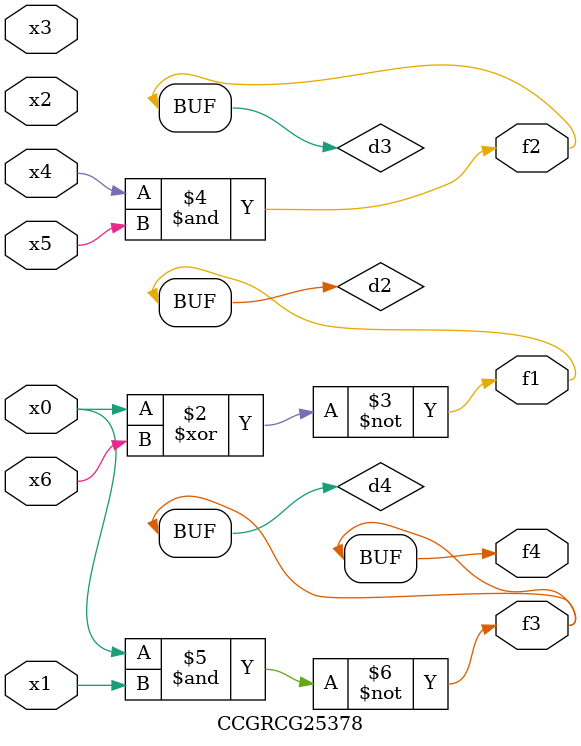
<source format=v>
module CCGRCG25378(
	input x0, x1, x2, x3, x4, x5, x6,
	output f1, f2, f3, f4
);

	wire d1, d2, d3, d4;

	nor (d1, x0);
	xnor (d2, x0, x6);
	and (d3, x4, x5);
	nand (d4, x0, x1);
	assign f1 = d2;
	assign f2 = d3;
	assign f3 = d4;
	assign f4 = d4;
endmodule

</source>
